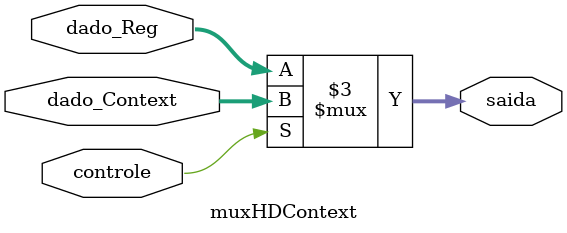
<source format=v>
module muxHDContext(
dado_Reg,
dado_Context,
controle,
saida
);

input [31:0] dado_Reg, dado_Context;
input controle;

output reg [31:0] saida;

always @(dado_Reg or dado_Context or controle) begin
	if(controle)
		saida = dado_Context;
	else
		saida = dado_Reg;
end

endmodule

</source>
